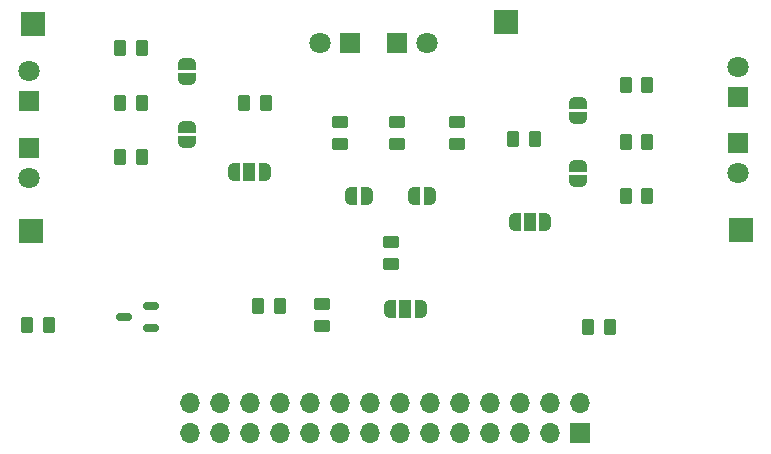
<source format=gbr>
%TF.GenerationSoftware,KiCad,Pcbnew,8.0.0*%
%TF.CreationDate,2024-03-21T20:48:15+02:00*%
%TF.ProjectId,Sensing system,53656e73-696e-4672-9073-797374656d2e,rev?*%
%TF.SameCoordinates,Original*%
%TF.FileFunction,Soldermask,Top*%
%TF.FilePolarity,Negative*%
%FSLAX46Y46*%
G04 Gerber Fmt 4.6, Leading zero omitted, Abs format (unit mm)*
G04 Created by KiCad (PCBNEW 8.0.0) date 2024-03-21 20:48:15*
%MOMM*%
%LPD*%
G01*
G04 APERTURE LIST*
G04 Aperture macros list*
%AMRoundRect*
0 Rectangle with rounded corners*
0 $1 Rounding radius*
0 $2 $3 $4 $5 $6 $7 $8 $9 X,Y pos of 4 corners*
0 Add a 4 corners polygon primitive as box body*
4,1,4,$2,$3,$4,$5,$6,$7,$8,$9,$2,$3,0*
0 Add four circle primitives for the rounded corners*
1,1,$1+$1,$2,$3*
1,1,$1+$1,$4,$5*
1,1,$1+$1,$6,$7*
1,1,$1+$1,$8,$9*
0 Add four rect primitives between the rounded corners*
20,1,$1+$1,$2,$3,$4,$5,0*
20,1,$1+$1,$4,$5,$6,$7,0*
20,1,$1+$1,$6,$7,$8,$9,0*
20,1,$1+$1,$8,$9,$2,$3,0*%
%AMFreePoly0*
4,1,19,0.000000,0.744911,0.071157,0.744911,0.207708,0.704816,0.327430,0.627875,0.420627,0.520320,0.479746,0.390866,0.500000,0.250000,0.500000,-0.250000,0.479746,-0.390866,0.420627,-0.520320,0.327430,-0.627875,0.207708,-0.704816,0.071157,-0.744911,0.000000,-0.744911,0.000000,-0.750000,-0.550000,-0.750000,-0.550000,0.750000,0.000000,0.750000,0.000000,0.744911,0.000000,0.744911,
$1*%
%AMFreePoly1*
4,1,19,0.550000,-0.750000,0.000000,-0.750000,0.000000,-0.744911,-0.071157,-0.744911,-0.207708,-0.704816,-0.327430,-0.627875,-0.420627,-0.520320,-0.479746,-0.390866,-0.500000,-0.250000,-0.500000,0.250000,-0.479746,0.390866,-0.420627,0.520320,-0.327430,0.627875,-0.207708,0.704816,-0.071157,0.744911,0.000000,0.744911,0.000000,0.750000,0.550000,0.750000,0.550000,-0.750000,0.550000,-0.750000,
$1*%
%AMFreePoly2*
4,1,19,0.000000,0.744911,0.071157,0.744911,0.207708,0.704816,0.327430,0.627875,0.420627,0.520320,0.479746,0.390866,0.500000,0.250000,0.500000,-0.250000,0.479746,-0.390866,0.420627,-0.520320,0.327430,-0.627875,0.207708,-0.704816,0.071157,-0.744911,0.000000,-0.744911,0.000000,-0.750000,-0.500000,-0.750000,-0.500000,0.750000,0.000000,0.750000,0.000000,0.744911,0.000000,0.744911,
$1*%
%AMFreePoly3*
4,1,19,0.500000,-0.750000,0.000000,-0.750000,0.000000,-0.744911,-0.071157,-0.744911,-0.207708,-0.704816,-0.327430,-0.627875,-0.420627,-0.520320,-0.479746,-0.390866,-0.500000,-0.250000,-0.500000,0.250000,-0.479746,0.390866,-0.420627,0.520320,-0.327430,0.627875,-0.207708,0.704816,-0.071157,0.744911,0.000000,0.744911,0.000000,0.750000,0.500000,0.750000,0.500000,-0.750000,0.500000,-0.750000,
$1*%
G04 Aperture macros list end*
%ADD10R,2.000000X2.000000*%
%ADD11RoundRect,0.250000X0.262500X0.450000X-0.262500X0.450000X-0.262500X-0.450000X0.262500X-0.450000X0*%
%ADD12RoundRect,0.250000X-0.262500X-0.450000X0.262500X-0.450000X0.262500X0.450000X-0.262500X0.450000X0*%
%ADD13RoundRect,0.250000X-0.450000X0.262500X-0.450000X-0.262500X0.450000X-0.262500X0.450000X0.262500X0*%
%ADD14RoundRect,0.250000X0.450000X-0.262500X0.450000X0.262500X-0.450000X0.262500X-0.450000X-0.262500X0*%
%ADD15RoundRect,0.150000X0.512500X0.150000X-0.512500X0.150000X-0.512500X-0.150000X0.512500X-0.150000X0*%
%ADD16FreePoly0,0.000000*%
%ADD17R,1.000000X1.500000*%
%ADD18FreePoly1,0.000000*%
%ADD19FreePoly2,90.000000*%
%ADD20FreePoly3,90.000000*%
%ADD21FreePoly2,0.000000*%
%ADD22FreePoly3,0.000000*%
%ADD23O,1.700000X1.700000*%
%ADD24R,1.700000X1.700000*%
%ADD25C,1.800000*%
%ADD26R,1.800000X1.800000*%
G04 APERTURE END LIST*
D10*
%TO.C,TP4*%
X114016000Y-86935000D03*
%TD*%
%TO.C,TP3*%
X94107000Y-69342000D03*
%TD*%
%TO.C,TP2*%
X54030000Y-69480000D03*
%TD*%
%TO.C,TP1*%
X53930000Y-87010000D03*
%TD*%
D11*
%TO.C,R16*%
X94718500Y-79248000D03*
X96543500Y-79248000D03*
%TD*%
D12*
%TO.C,R15*%
X106068500Y-74676000D03*
X104243500Y-74676000D03*
%TD*%
%TO.C,R14*%
X106068500Y-84074000D03*
X104243500Y-84074000D03*
%TD*%
D13*
%TO.C,R13*%
X84328000Y-89789000D03*
X84328000Y-87964000D03*
%TD*%
D14*
%TO.C,R12*%
X89963000Y-77827500D03*
X89963000Y-79652500D03*
%TD*%
%TO.C,R11*%
X80010000Y-77827500D03*
X80010000Y-79652500D03*
%TD*%
D11*
%TO.C,R10*%
X71962000Y-76200000D03*
X73787000Y-76200000D03*
%TD*%
D12*
%TO.C,R9*%
X63246000Y-71510000D03*
X61421000Y-71510000D03*
%TD*%
%TO.C,R8*%
X63246000Y-80772000D03*
X61421000Y-80772000D03*
%TD*%
%TO.C,R7*%
X106068500Y-79502000D03*
X104243500Y-79502000D03*
%TD*%
D14*
%TO.C,R6*%
X84836000Y-77827500D03*
X84836000Y-79652500D03*
%TD*%
D12*
%TO.C,R5*%
X63246000Y-76200000D03*
X61421000Y-76200000D03*
%TD*%
D11*
%TO.C,R4*%
X73105000Y-93345000D03*
X74930000Y-93345000D03*
%TD*%
%TO.C,R3*%
X101045000Y-95123000D03*
X102870000Y-95123000D03*
%TD*%
D13*
%TO.C,R2*%
X78486000Y-95043000D03*
X78486000Y-93218000D03*
%TD*%
D12*
%TO.C,R1*%
X55372000Y-94996000D03*
X53547000Y-94996000D03*
%TD*%
D15*
%TO.C,Q1*%
X64008000Y-95245000D03*
X64008000Y-93345000D03*
X61733000Y-94295000D03*
%TD*%
D16*
%TO.C,JP9*%
X97439000Y-86233000D03*
D17*
X96139000Y-86233000D03*
D18*
X94839000Y-86233000D03*
%TD*%
D19*
%TO.C,JP8*%
X100226500Y-81534000D03*
D20*
X100226500Y-82834000D03*
%TD*%
D19*
%TO.C,JP7*%
X100226500Y-76170000D03*
D20*
X100226500Y-77470000D03*
%TD*%
D16*
%TO.C,JP6*%
X86868000Y-93599000D03*
D17*
X85568000Y-93599000D03*
D18*
X84268000Y-93599000D03*
%TD*%
D21*
%TO.C,JP5*%
X82311000Y-84074000D03*
D22*
X81011000Y-84074000D03*
%TD*%
D16*
%TO.C,JP3*%
X73660000Y-82042000D03*
D17*
X72360000Y-82042000D03*
D18*
X71060000Y-82042000D03*
%TD*%
D21*
%TO.C,JP4*%
X87645000Y-84074000D03*
D22*
X86345000Y-84074000D03*
%TD*%
D19*
%TO.C,JP2*%
X67056000Y-72868000D03*
D20*
X67056000Y-74168000D03*
%TD*%
D19*
%TO.C,JP1*%
X67056000Y-78232000D03*
D20*
X67056000Y-79532000D03*
%TD*%
D23*
%TO.C,J1*%
X67310000Y-101600000D03*
X67310000Y-104140000D03*
X69850000Y-101600000D03*
X69850000Y-104140000D03*
X72390000Y-101600000D03*
X72390000Y-104140000D03*
X74930000Y-101600000D03*
X74930000Y-104140000D03*
X77470000Y-101600000D03*
X77470000Y-104140000D03*
X80010000Y-101600000D03*
X80010000Y-104140000D03*
X82550000Y-101600000D03*
X82550000Y-104140000D03*
X85090000Y-101600000D03*
X85090000Y-104140000D03*
X87630000Y-101600000D03*
X87630000Y-104140000D03*
X90170000Y-101600000D03*
X90170000Y-104140000D03*
X92710000Y-101600000D03*
X92710000Y-104140000D03*
X95250000Y-101600000D03*
X95250000Y-104140000D03*
X97790000Y-101600000D03*
X97790000Y-104140000D03*
X100330000Y-101600000D03*
D24*
X100330000Y-104140000D03*
%TD*%
D25*
%TO.C,D6*%
X113740000Y-82097000D03*
D26*
X113740000Y-79557000D03*
%TD*%
%TO.C,D5*%
X84890000Y-71140000D03*
D25*
X87430000Y-71140000D03*
%TD*%
%TO.C,D4*%
X53720000Y-73490000D03*
D26*
X53720000Y-76030000D03*
%TD*%
D25*
%TO.C,D3*%
X113740000Y-73115000D03*
D26*
X113740000Y-75655000D03*
%TD*%
D25*
%TO.C,D2*%
X78395000Y-71150000D03*
D26*
X80935000Y-71150000D03*
%TD*%
D25*
%TO.C,D1*%
X53722000Y-82512000D03*
D26*
X53722000Y-79972000D03*
%TD*%
M02*

</source>
